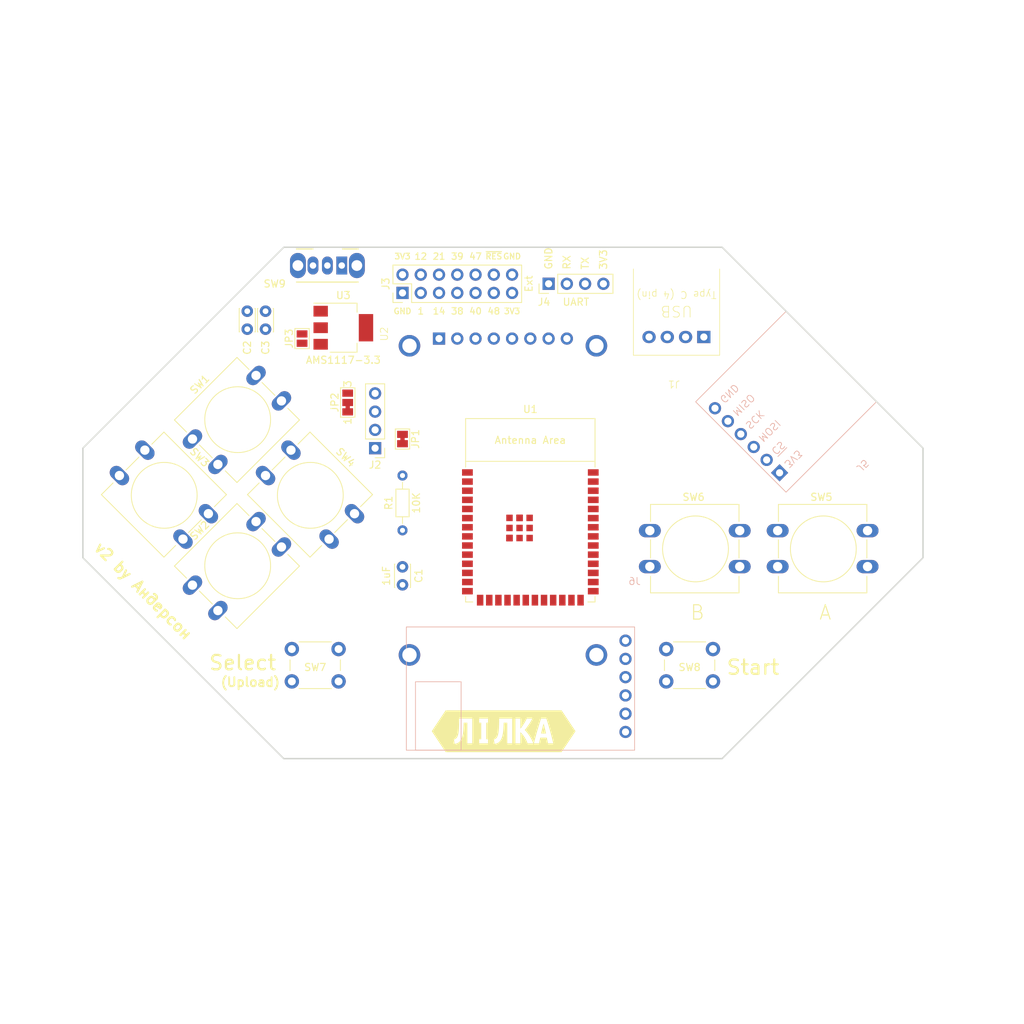
<source format=kicad_pcb>
(kicad_pcb (version 20221018) (generator pcbnew)
  (layers (0 "F.Cu" signal "Top") (31 "B.Cu" signal "Bot") (34 "B.Paste" user) (35 "F.Paste" user) (36 "B.SilkS" user "BotSilk") (37 "F.SilkS" user "TopSilk") (38 "B.Mask" user "BotMask") (39 "F.Mask" user "TopMask") (44 "Edge.Cuts" user "Board"))
  (net 0 "")
  (net 1 "~{RESET}")
  (net 2 "UP")
  (net 3 "GND")
  (net 4 "DOWN")
  (net 5 "LEFT")
  (net 6 "USB+")
  (net 7 "USB-")
  (net 8 "RIGHT")
  (net 9 "A")
  (net 10 "B")
  (net 11 "SELECT")
  (net 12 "START")
  (net 13 "RX")
  (net 14 "DISP_D{slash}C")
  (net 15 "TX")
  (net 16 "~{SD_CS}")
  (net 17 "MOSI")
  (net 18 "+3V3")
  (net 19 "GND1")
  (net 20 "VBUS")
  (net 21 "Net-(J2-Pin_4)")
  (net 22 "VCC")
  (net 23 "SCK")
  (net 24 "MISO")
  (net 26 "BCK")
  (net 27 "DIN")
  (net 28 "LRCK")
  (net 29 "GPIO1{slash}ADC1_CH0")
  (net 30 "GPIO12{slash}ADC2_CH0")
  (net 31 "GPIO21")
  (net 32 "GPIO14")
  (net 33 "GPIO39")
  (net 34 "GPIO40")
  (net 35 "GPIO47")
  (net 36 "GPIO48")
  (net 37 "Net-(JP2-C)")
  (net 39 "GPIO38")
  (net 42 "~{DISP_CS}")
  (footprint "Display:TFT_240x280" (layer "F.Cu") (at 81.02 51.84)
    (fp_text reference "U2" (at -1.01 0.865 90 unlocked) (layer "F.SilkS") (effects (font (thickness 0.1))))
    (fp_text value "~" hide)
    (pad "" thru_hole circle (at 2.5 2.5) (size 3 3) (drill 2) (layers "*.Cu" "*.Mask"))
    (pad "" thru_hole circle (at 2.5 45.5) (size 3 3) (drill 2) (layers "*.Cu" "*.Mask"))
    (pad "" thru_hole circle (at 28.5 2.5) (size 3 3) (drill 2) (layers "*.Cu" "*.Mask"))
    (pad "" thru_hole circle (at 28.5 45.5) (size 3 3) (drill 2) (layers "*.Cu" "*.Mask"))
    (pad "1" thru_hole rect (at 6.61 1.5) (size 1.7 1.7) (drill 1) (layers "*.Cu" "*.Mask") (net 3 "GND"))
    (pad "2" thru_hole circle (at 9.15 1.5) (size 1.7 1.7) (drill 1) (layers "*.Cu" "*.Mask") (net 18 "+3V3"))
    (pad "3" thru_hole circle (at 11.69 1.5) (size 1.7 1.7) (drill 1) (layers "*.Cu" "*.Mask") (net 23 "SCK"))
    (pad "4" thru_hole circle (at 14.23 1.5) (size 1.7 1.7) (drill 1) (layers "*.Cu" "*.Mask") (net 17 "MOSI"))
    (pad "5" thru_hole circle (at 16.77 1.5) (size 1.7 1.7) (drill 1) (layers "*.Cu" "*.Mask") (net 1 "~{RESET}"))
    (pad "6" thru_hole circle (at 19.31 1.5) (size 1.7 1.7) (drill 1) (layers "*.Cu" "*.Mask") (net 14 "DISP_D{slash}C"))
    (pad "7" thru_hole circle (at 21.85 1.5) (size 1.7 1.7) (drill 1) (layers "*.Cu" "*.Mask") (net 42 "~{DISP_CS}"))
    (pad "8" thru_hole circle (at 24.39 1.5) (size 1.7 1.7) (drill 1) (layers "*.Cu" "*.Mask") (net 18 "+3V3"))
  )
  (footprint "Buttons:SW_PUSH-12mm-fixed" (layer "F.Cu") (at 67.0355 68.8545 -45)
    (fp_text reference "SW4" (at 6.08 -4.66 -45) (layer "F.SilkS"))
    (fp_text value "Right")
    (fp_line (start 0.1 -3.65) (end 12.4 -3.65) (stroke (width 0.12)) (layer "F.SilkS"))
    (fp_line (start 0.1 -1.27) (end 0.1 -3.65) (stroke (width 0.12)) (layer "F.SilkS"))
    (fp_line (start 0.1 3.81) (end 0.1 1.27) (stroke (width 0.12)) (layer "F.SilkS"))
    (fp_line (start 0.1 8.65) (end 0.1 6.35) (stroke (width 0.12)) (layer "F.SilkS"))
    (fp_line (start 12.4 -3.65) (end 12.4 -1.27) (stroke (width 0.12)) (layer "F.SilkS"))
    (fp_line (start 12.4 1.27) (end 12.4 3.81) (stroke (width 0.12)) (layer "F.SilkS"))
    (fp_line (start 12.4 6.35) (end 12.4 8.65) (stroke (width 0.12)) (layer "F.SilkS"))
    (fp_line (start 12.4 8.65) (end 0.1 8.65) (stroke (width 0.12)) (layer "F.SilkS"))
    (fp_circle (center 6.35 2.54) (end 10.16 5.08) (stroke (width 0.12)) (fill none) (layer "F.SilkS"))
    (pad "" thru_hole oval (at 12.5 0 315) (size 3.048 1.85) (drill 1.3) (layers "*.Cu" "*.Mask"))
    (pad "" thru_hole oval (at 12.5 5 315) (size 3.048 1.85) (drill 1.3) (layers "*.Cu" "*.Mask"))
    (pad "1" thru_hole oval (at 0 0 315) (size 3.048 1.85) (drill 1.3) (layers "*.Cu" "*.Mask") (net 3 "GND"))
    (pad "2" thru_hole oval (at 0 5 315) (size 3.048 1.85) (drill 1.3) (layers "*.Cu" "*.Mask") (net 8 "RIGHT"))
  )
  (footprint "Jumper:SolderJumper-2_P1.3mm_Bridged_Pad1.0x1.5mm" (layer "F.Cu") (at 82.55 67.31 -90)
    (fp_text reference "JP1" (at 0 -1.8 90) (layer "F.SilkS"))
    (fp_text value "~")
    (fp_poly (pts (xy -0.25 -0.3) (xy 0.25 -0.3) (xy 0.25 0.3) (xy -0.25 0.3)) (fill solid) (layer "F.Cu"))
    (fp_line (start -1.4 -1) (end 1.4 -1) (stroke (width 0.12)) (layer "F.SilkS"))
    (fp_line (start -1.4 1) (end -1.4 -1) (stroke (width 0.12)) (layer "F.SilkS"))
    (fp_line (start 1.4 -1) (end 1.4 1) (stroke (width 0.12)) (layer "F.SilkS"))
    (fp_line (start 1.4 1) (end -1.4 1) (stroke (width 0.12)) (layer "F.SilkS"))
    (pad "1" smd rect (at -0.65 0 270) (size 1 1.5) (layers "F.Cu" "F.Mask") (net 19 "GND1"))
    (pad "2" smd rect (at 0.65 0 270) (size 1 1.5) (layers "F.Cu" "F.Mask") (net 3 "GND"))
  )
  (footprint "Buttons:SW_PUSH-12mm-fixed" (layer "F.Cu") (at 53.34 87.63 45)
    (fp_text reference "SW2" (at 6.08 -4.66 45) (layer "F.SilkS"))
    (fp_text value "Down")
    (fp_line (start 0.1 -3.65) (end 12.4 -3.65) (stroke (width 0.12)) (layer "F.SilkS"))
    (fp_line (start 0.1 -1.27) (end 0.1 -3.65) (stroke (width 0.12)) (layer "F.SilkS"))
    (fp_line (start 0.1 3.81) (end 0.1 1.27) (stroke (width 0.12)) (layer "F.SilkS"))
    (fp_line (start 0.1 8.65) (end 0.1 6.35) (stroke (width 0.12)) (layer "F.SilkS"))
    (fp_line (start 12.4 -3.65) (end 12.4 -1.27) (stroke (width 0.12)) (layer "F.SilkS"))
    (fp_line (start 12.4 1.27) (end 12.4 3.81) (stroke (width 0.12)) (layer "F.SilkS"))
    (fp_line (start 12.4 6.35) (end 12.4 8.65) (stroke (width 0.12)) (layer "F.SilkS"))
    (fp_line (start 12.4 8.65) (end 0.1 8.65) (stroke (width 0.12)) (layer "F.SilkS"))
    (fp_circle (center 6.35 2.54) (end 10.16 5.08) (stroke (width 0.12)) (fill none) (layer "F.SilkS"))
    (pad "" thru_hole oval (at 12.5 0 45) (size 3.048 1.85) (drill 1.3) (layers "*.Cu" "*.Mask"))
    (pad "" thru_hole oval (at 12.5 5 45) (size 3.048 1.85) (drill 1.3) (layers "*.Cu" "*.Mask"))
    (pad "1" thru_hole oval (at 0 0 45) (size 3.048 1.85) (drill 1.3) (layers "*.Cu" "*.Mask") (net 3 "GND"))
    (pad "2" thru_hole oval (at 0 5 45) (size 3.048 1.85) (drill 1.3) (layers "*.Cu" "*.Mask") (net 4 "DOWN"))
  )
  (footprint "Buttons:SW_PUSH-12mm-fixed" (layer "F.Cu") (at 134.73 80.05)
    (fp_text reference "SW5" (at 6.08 -4.66) (layer "F.SilkS"))
    (fp_text value "A" (at 6.62 11.39) (layer "F.SilkS") (effects (font (size 2 2))))
    (fp_line (start 0.1 -3.65) (end 12.4 -3.65) (stroke (width 0.12)) (layer "F.SilkS"))
    (fp_line (start 0.1 -1.27) (end 0.1 -3.65) (stroke (width 0.12)) (layer "F.SilkS"))
    (fp_line (start 0.1 3.81) (end 0.1 1.27) (stroke (width 0.12)) (layer "F.SilkS"))
    (fp_line (start 0.1 8.65) (end 0.1 6.35) (stroke (width 0.12)) (layer "F.SilkS"))
    (fp_line (start 12.4 -3.65) (end 12.4 -1.27) (stroke (width 0.12)) (layer "F.SilkS"))
    (fp_line (start 12.4 1.27) (end 12.4 3.81) (stroke (width 0.12)) (layer "F.SilkS"))
    (fp_line (start 12.4 6.35) (end 12.4 8.65) (stroke (width 0.12)) (layer "F.SilkS"))
    (fp_line (start 12.4 8.65) (end 0.1 8.65) (stroke (width 0.12)) (layer "F.SilkS"))
    (fp_circle (center 6.35 2.54) (end 10.16 5.08) (stroke (width 0.12)) (fill none) (layer "F.SilkS"))
    (pad "" thru_hole oval (at 12.5 0) (size 3.048 1.85) (drill 1.3) (layers "*.Cu" "*.Mask"))
    (pad "" thru_hole oval (at 12.5 5) (size 3.048 1.85) (drill 1.3) (layers "*.Cu" "*.Mask"))
    (pad "1" thru_hole oval (at 0 0) (size 3.048 1.85) (drill 1.3) (layers "*.Cu" "*.Mask") (net 3 "GND"))
    (pad "2" thru_hole oval (at 0 5) (size 3.048 1.85) (drill 1.3) (layers "*.Cu" "*.Mask") (net 9 "A"))
  )
  (footprint "Connector_PinHeader_2.54mm:PinHeader_2x07_P2.54mm_Vertical" (layer "F.Cu") (at 82.55 46.99 90)
    (fp_text reference "J3" (at 1.27 -2.33 90) (layer "F.SilkS"))
    (fp_text value "Ext" (at 1.27 17.57 90) (layer "F.SilkS"))
    (fp_line (start -1.33 -1.33) (end 0 -1.33) (stroke (width 0.12)) (layer "F.SilkS"))
    (fp_line (start -1.33 0) (end -1.33 -1.33) (stroke (width 0.12)) (layer "F.SilkS"))
    (fp_line (start -1.33 1.27) (end -1.33 16.57) (stroke (width 0.12)) (layer "F.SilkS"))
    (fp_line (start -1.33 1.27) (end 1.27 1.27) (stroke (width 0.12)) (layer "F.SilkS"))
    (fp_line (start -1.33 16.57) (end 3.87 16.57) (stroke (width 0.12)) (layer "F.SilkS"))
    (fp_line (start 1.27 -1.33) (end 3.87 -1.33) (stroke (width 0.12)) (layer "F.SilkS"))
    (fp_line (start 1.27 1.27) (end 1.27 -1.33) (stroke (width 0.12)) (layer "F.SilkS"))
    (fp_line (start 3.87 -1.33) (end 3.87 16.57) (stroke (width 0.12)) (layer "F.SilkS"))
    (pad "1" thru_hole rect (at 0 0 90) (size 1.7 1.7) (drill 1) (layers "*.Cu" "*.Mask") (net 3 "GND"))
    (pad "2" thru_hole oval (at 2.54 0 90) (size 1.7 1.7) (drill 1) (layers "*.Cu" "*.Mask") (net 18 "+3V3"))
    (pad "3" thru_hole oval (at 0 2.54 90) (size 1.7 1.7) (drill 1) (layers "*.Cu" "*.Mask") (net 29 "GPIO1{slash}ADC1_CH0"))
    (pad "4" thru_hole oval (at 2.54 2.54 90) (size 1.7 1.7) (drill 1) (layers "*.Cu" "*.Mask") (net 30 "GPIO12{slash}ADC2_CH0"))
    (pad "5" thru_hole oval (at 0 5.08 90) (size 1.7 1.7) (drill 1) (layers "*.Cu" "*.Mask") (net 32 "GPIO14"))
    (pad "6" thru_hole oval (at 2.54 5.08 90) (size 1.7 1.7) (drill 1) (layers "*.Cu" "*.Mask") (net 31 "GPIO21"))
    (pad "7" thru_hole oval (at 0 7.62 90) (size 1.7 1.7) (drill 1) (layers "*.Cu" "*.Mask") (net 39 "GPIO38"))
    (pad "8" thru_hole oval (at 2.54 7.62 90) (size 1.7 1.7) (drill 1) (layers "*.Cu" "*.Mask") (net 33 "GPIO39"))
    (pad "9" thru_hole oval (at 0 10.16 90) (size 1.7 1.7) (drill 1) (layers "*.Cu" "*.Mask") (net 34 "GPIO40"))
    (pad "10" thru_hole oval (at 2.54 10.16 90) (size 1.7 1.7) (drill 1) (layers "*.Cu" "*.Mask") (net 35 "GPIO47"))
    (pad "11" thru_hole oval (at 0 12.7 90) (size 1.7 1.7) (drill 1) (layers "*.Cu" "*.Mask") (net 36 "GPIO48"))
    (pad "12" thru_hole oval (at 2.54 12.7 90) (size 1.7 1.7) (drill 1) (layers "*.Cu" "*.Mask") (net 1 "~{RESET}"))
    (pad "13" thru_hole oval (at 0 15.24 90) (size 1.7 1.7) (drill 1) (layers "*.Cu" "*.Mask") (net 18 "+3V3"))
    (pad "14" thru_hole oval (at 2.54 15.24 90) (size 1.7 1.7) (drill 1) (layers "*.Cu" "*.Mask") (net 3 "GND"))
  )
  (footprint "Jumper:SolderJumper-3_P1.3mm_Bridged12_Pad1.0x1.5mm_NumberLabels" (layer "F.Cu") (at 74.93 62.23 90)
    (fp_text reference "JP2" (at 0 -1.8 90) (layer "F.SilkS"))
    (fp_text value "SolderJumper_3_Bridged12")
    (fp_text user "3" (at 2.6 0 90) (layer "F.SilkS"))
    (fp_text user "1" (at -2.6 0 90) (layer "F.SilkS"))
    (fp_poly (pts (xy -0.9 -0.3) (xy -0.4 -0.3) (xy -0.4 0.3) (xy -0.9 0.3)) (fill solid) (layer "F.Cu"))
    (fp_line (start -2.05 -1) (end 2.05 -1) (stroke (width 0.12)) (layer "F.SilkS"))
    (fp_line (start -2.05 1) (end -2.05 -1) (stroke (width 0.12)) (layer "F.SilkS"))
    (fp_line (start 2.05 -1) (end 2.05 1) (stroke (width 0.12)) (layer "F.SilkS"))
    (fp_line (start 2.05 1) (end -2.05 1) (stroke (width 0.12)) (layer "F.SilkS"))
    (pad "1" smd rect (at -1.3 0 90) (size 1 1.5) (layers "F.Cu" "F.Mask") (net 20 "VBUS"))
    (pad "2" smd rect (at 0 0 90) (size 1 1.5) (layers "F.Cu" "F.Mask") (net 37 "Net-(JP2-C)"))
    (pad "3" smd rect (at 1.3 0 90) (size 1 1.5) (layers "F.Cu" "F.Mask") (net 21 "Net-(J2-Pin_4)"))
  )
  (footprint "Connector_PinHeader_2.54mm:PinHeader_1x04_P2.54mm_Vertical" (layer "F.Cu") (at 78.74 68.58 180)
    (fp_text reference "J2" (at 0 -2.33 180) (layer "F.SilkS"))
    (fp_text value "~")
    (fp_line (start -1.33 -1.33) (end 0 -1.33) (stroke (width 0.12)) (layer "F.SilkS"))
    (fp_line (start -1.33 0) (end -1.33 -1.33) (stroke (width 0.12)) (layer "F.SilkS"))
    (fp_line (start -1.33 1.27) (end -1.33 8.95) (stroke (width 0.12)) (layer "F.SilkS"))
    (fp_line (start -1.33 1.27) (end 1.33 1.27) (stroke (width 0.12)) (layer "F.SilkS"))
    (fp_line (start -1.33 8.95) (end 1.33 8.95) (stroke (width 0.12)) (layer "F.SilkS"))
    (fp_line (start 1.33 1.27) (end 1.33 8.95) (stroke (width 0.12)) (layer "F.SilkS"))
    (pad "1" thru_hole rect (at 0 0 180) (size 1.7 1.7) (drill 1) (layers "*.Cu" "*.Mask") (net 3 "GND"))
    (pad "2" thru_hole oval (at 0 2.54 180) (size 1.7 1.7) (drill 1) (layers "*.Cu" "*.Mask") (net 19 "GND1"))
    (pad "3" thru_hole oval (at 0 5.08 180) (size 1.7 1.7) (drill 1) (layers "*.Cu" "*.Mask") (net 20 "VBUS"))
    (pad "4" thru_hole oval (at 0 7.62 180) (size 1.7 1.7) (drill 1) (layers "*.Cu" "*.Mask") (net 21 "Net-(J2-Pin_4)"))
  )
  (footprint "Package_TO_SOT_SMD:SOT-223-3_TabPin2" (layer "F.Cu") (at 74.32 51.83)
    (fp_text reference "U3" (at 0 -4.5) (layer "F.SilkS"))
    (fp_text value "AMS1117-3.3" (at 0 4.5) (layer "F.SilkS"))
    (fp_line (start -4.1 -3.41) (end 1.91 -3.41) (stroke (width 0.12)) (layer "F.SilkS"))
    (fp_line (start -1.85 3.41) (end 1.91 3.41) (stroke (width 0.12)) (layer "F.SilkS"))
    (fp_line (start 1.91 -3.41) (end 1.91 -2.15) (stroke (width 0.12)) (layer "F.SilkS"))
    (fp_line (start 1.91 3.41) (end 1.91 2.15) (stroke (width 0.12)) (layer "F.SilkS"))
    (pad "1" smd rect (at -3.15 -2.3) (size 2 1.5) (layers "F.Cu" "F.Paste" "F.Mask") (net 3 "GND"))
    (pad "2" smd rect (at -3.15 0) (size 2 1.5) (layers "F.Cu" "F.Paste" "F.Mask") (net 18 "+3V3"))
    (pad "2" smd rect (at 3.15 0) (size 2 3.8) (layers "F.Cu" "F.Paste" "F.Mask") (net 18 "+3V3"))
    (pad "3" smd rect (at -3.15 2.3) (size 2 1.5) (layers "F.Cu" "F.Paste" "F.Mask") (net 22 "VCC"))
  )
  (footprint "PCM_Espressif:ESP32-S3-WROOM-1" (layer "F.Cu") (at 100.33 80.22)
    (fp_text reference "U1" (at 0 -17.05) (layer "F.SilkS"))
    (fp_text value "ESP32-S3-WROOM-1")
    (fp_text user "Antenna Area" (at 0 -12.75) (layer "F.SilkS"))
    (fp_line (start -9 -15.75) (end -9 -9) (stroke (width 0.12)) (layer "F.SilkS"))
    (fp_line (start -9 -15.75) (end 9 -15.75) (stroke (width 0.12)) (layer "F.SilkS"))
    (fp_line (start -9 9) (end -9 9.75) (stroke (width 0.12)) (layer "F.SilkS"))
    (fp_line (start -9 9.75) (end -8 9.75) (stroke (width 0.12)) (layer "F.SilkS"))
    (fp_line (start 9 -15.75) (end 9 -9) (stroke (width 0.12)) (layer "F.SilkS"))
    (fp_line (start 9 -9.81) (end -9 -9.81) (stroke (width 0.12)) (layer "F.SilkS"))
    (fp_line (start 9 9) (end 9 9.75) (stroke (width 0.12)) (layer "F.SilkS"))
    (fp_line (start 9 9.75) (end 8 9.75) (stroke (width 0.12)) (layer "F.SilkS"))
    (pad "1" smd rect (at -8.75 -8.26) (size 1.5 0.9) (layers "F.Cu" "F.Paste" "F.Mask") (net 3 "GND"))
    (pad "2" smd rect (at -8.75 -6.99) (size 1.5 0.9) (layers "F.Cu" "F.Paste" "F.Mask") (net 18 "+3V3"))
    (pad "3" smd rect (at -8.75 -5.72) (size 1.5 0.9) (layers "F.Cu" "F.Paste" "F.Mask") (net 1 "~{RESET}"))
    (pad "4" smd rect (at -8.75 -4.45) (size 1.5 0.9) (layers "F.Cu" "F.Paste" "F.Mask") (net 2 "UP"))
    (pad "5" smd rect (at -8.75 -3.18) (size 1.5 0.9) (layers "F.Cu" "F.Paste" "F.Mask") (net 5 "LEFT"))
    (pad "6" smd rect (at -8.75 -1.91) (size 1.5 0.9) (layers "F.Cu" "F.Paste" "F.Mask") (net 8 "RIGHT"))
    (pad "7" smd rect (at -8.75 -0.64) (size 1.5 0.9) (layers "F.Cu" "F.Paste" "F.Mask") (net 4 "DOWN"))
    (pad "8" smd rect (at -8.75 0.63) (size 1.5 0.9) (layers "F.Cu" "F.Paste" "F.Mask") (net 23 "SCK"))
    (pad "9" smd rect (at -8.75 1.9) (size 1.5 0.9) (layers "F.Cu" "F.Paste" "F.Mask") (net 17 "MOSI"))
    (pad "10" smd rect (at -8.75 3.17) (size 1.5 0.9) (layers "F.Cu" "F.Paste" "F.Mask") (net 24 "MISO"))
    (pad "11" smd rect (at -8.75 4.44) (size 1.5 0.9) (layers "F.Cu" "F.Paste" "F.Mask") (net 14 "DISP_D{slash}C"))
    (pad "12" smd rect (at -8.75 5.71) (size 1.5 0.9) (layers "F.Cu" "F.Paste" "F.Mask") (net 42 "~{DISP_CS}"))
    (pad "13" smd rect (at -8.75 6.98) (size 1.5 0.9) (layers "F.Cu" "F.Paste" "F.Mask") (net 7 "USB-"))
    (pad "14" smd rect (at -8.75 8.25) (size 1.5 0.9) (layers "F.Cu" "F.Paste" "F.Mask") (net 6 "USB+"))
    (pad "15" smd rect (at -6.985 9.5 90) (size 1.5 0.9) (layers "F.Cu" "F.Paste" "F.Mask"))
    (pad "16" smd rect (at -5.715 9.5 90) (size 1.5 0.9) (layers "F.Cu" "F.Paste" "F.Mask"))
    (pad "17" smd rect (at -4.445 9.5 90) (size 1.5 0.9) (layers "F.Cu" "F.Paste" "F.Mask") (net 26 "BCK"))
    (pad "18" smd rect (at -3.175 9.5 90) (size 1.5 0.9) (layers "F.Cu" "F.Paste" "F.Mask") (net 27 "DIN"))
    (pad "19" smd rect (at -1.905 9.5 90) (size 1.5 0.9) (layers "F.Cu" "F.Paste" "F.Mask") (net 30 "GPIO12{slash}ADC2_CH0"))
    (pad "20" smd rect (at -0.635 9.5 90) (size 1.5 0.9) (layers "F.Cu" "F.Paste" "F.Mask") (net 28 "LRCK"))
    (pad "21" smd rect (at 0.635 9.5 90) (size 1.5 0.9) (layers "F.Cu" "F.Paste" "F.Mask") (net 11 "SELECT"))
    (pad "22" smd rect (at 1.905 9.5 90) (size 1.5 0.9) (layers "F.Cu" "F.Paste" "F.Mask") (net 32 "GPIO14"))
    (pad "23" smd rect (at 3.175 9.5 90) (size 1.5 0.9) (layers "F.Cu" "F.Paste" "F.Mask") (net 31 "GPIO21"))
    (pad "24" smd rect (at 4.445 9.5 90) (size 1.5 0.9) (layers "F.Cu" "F.Paste" "F.Mask") (net 35 "GPIO47"))
    (pad "25" smd rect (at 5.715 9.5 90) (size 1.5 0.9) (layers "F.Cu" "F.Paste" "F.Mask") (net 36 "GPIO48"))
    (pad "26" smd rect (at 6.985 9.5 90) (size 1.5 0.9) (layers "F.Cu" "F.Paste" "F.Mask"))
    (pad "27" smd rect (at 8.75 8.25 180) (size 1.5 0.9) (layers "F.Cu" "F.Paste" "F.Mask") (net 12 "START"))
    (pad "28" smd rect (at 8.75 6.98 180) (size 1.5 0.9) (layers "F.Cu" "F.Paste" "F.Mask"))
    (pad "29" smd rect (at 8.75 5.71 180) (size 1.5 0.9) (layers "F.Cu" "F.Paste" "F.Mask"))
    (pad "30" smd rect (at 8.75 4.44 180) (size 1.5 0.9) (layers "F.Cu" "F.Paste" "F.Mask"))
    (pad "31" smd rect (at 8.75 3.17 180) (size 1.5 0.9) (layers "F.Cu" "F.Paste" "F.Mask") (net 39 "GPIO38"))
    (pad "32" smd rect (at 8.75 1.9 180) (size 1.5 0.9) (layers "F.Cu" "F.Paste" "F.Mask") (net 33 "GPIO39"))
    (pad "33" smd rect (at 8.75 0.63 180) (size 1.5 0.9) (layers "F.Cu" "F.Paste" "F.Mask") (net 34 "GPIO40"))
    (pad "34" smd rect (at 8.75 -0.64 180) (size 1.5 0.9) (layers "F.Cu" "F.Paste" "F.Mask") (net 16 "~{SD_CS}"))
    (pad "35" smd rect (at 8.75 -1.91 180) (size 1.5 0.9) (layers "F.Cu" "F.Paste" "F.Mask") (net 10 "B"))
    (pad "36" smd rect (at 8.75 -3.18 180) (size 1.5 0.9) (layers "F.Cu" "F.Paste" "F.Mask") (net 13 "RX"))
    (pad "37" smd rect (at 8.75 -4.45 180) (size 1.5 0.9) (layers "F.Cu" "F.Paste" "F.Mask") (net 15 "TX"))
    (pad "38" smd rect (at 8.75 -5.72 180) (size 1.5 0.9) (layers "F.Cu" "F.Paste" "F.Mask") (net 9 "A"))
    (pad "39" smd rect (at 8.75 -6.99 180) (size 1.5 0.9) (layers "F.Cu" "F.Paste" "F.Mask") (net 29 "GPIO1{slash}ADC1_CH0"))
    (pad "40" smd rect (at 8.75 -8.26 180) (size 1.5 0.9) (layers "F.Cu" "F.Paste" "F.Mask") (net 3 "GND"))
    (pad "41" smd rect (at -2.9 -1.94 180) (size 0.9 0.9) (layers "F.Cu" "F.Paste" "F.Mask") (net 3 "GND"))
    (pad "41" smd rect (at -2.9 -0.54 180) (size 0.9 0.9) (layers "F.Cu" "F.Paste" "F.Mask") (net 3 "GND"))
    (pad "41" smd rect (at -2.9 0.86 180) (size 0.9 0.9) (layers "F.Cu" "F.Paste" "F.Mask") (net 3 "GND"))
    (pad "41" smd rect (at -2.9 0.86 180) (size 0.9 0.9) (layers "F.Cu" "F.Paste" "F.Mask") (net 3 "GND"))
    (pad "41" smd rect (at -1.5 -1.94 180) (size 0.9 0.9) (layers "F.Cu" "F.Paste" "F.Mask") (net 3 "GND"))
    (pad "41" smd rect (at -1.5 -1.94 180) (size 0.9 0.9) (layers "F.Cu" "F.Paste" "F.Mask") (net 3 "GND"))
    (pad "41" smd rect (at -1.5 -0.54 180) (size 0.9 0.9) (layers "F.Cu" "F.Paste" "F.Mask") (net 3 "GND"))
    (pad "41" smd rect (at -1.5 0.86 180) (size 0.9 0.9) (layers "F.Cu" "F.Paste" "F.Mask") (net 3 "GND"))
    (pad "41" smd rect (at -0.1 -1.94 180) (size 0.9 0.9) (layers "F.Cu" "F.Paste" "F.Mask") (net 3 "GND"))
    (pad "41" smd rect (at -0.1 -0.54 180) (size 0.9 0.9) (layers "F.Cu" "F.Paste" "F.Mask") (net 3 "GND"))
    (pad "41" smd rect (at -0.1 0.86 180) (size 0.9 0.9) (layers "F.Cu" "F.Paste" "F.Mask") (net 3 "GND"))
  )
  (footprint "Button_Switch_THT:SW_PUSH_6mm" (layer "F.Cu") (at 67.16 96.52)
    (fp_text reference "SW7" (at 3.25 2.54) (layer "F.SilkS"))
    (fp_text value "Select" (at -6.835 1.905) (layer "F.SilkS") (effects (font (size 2 2) (thickness 0.3))))
    (fp_line (start -0.25 1.5) (end -0.25 3) (stroke (width 0.12)) (layer "F.SilkS"))
    (fp_line (start 1 5.5) (end 5.5 5.5) (stroke (width 0.12)) (layer "F.SilkS"))
    (fp_line (start 5.5 -1) (end 1 -1) (stroke (width 0.12)) (layer "F.SilkS"))
    (fp_line (start 6.75 3) (end 6.75 1.5) (stroke (width 0.12)) (layer "F.SilkS"))
    (pad "1" thru_hole circle (at 0 0 90) (size 2 2) (drill 1.1) (layers "*.Cu" "*.Mask") (net 3 "GND"))
    (pad "1" thru_hole circle (at 6.5 0 90) (size 2 2) (drill 1.1) (layers "*.Cu" "*.Mask") (net 3 "GND"))
    (pad "2" thru_hole circle (at 0 4.5 90) (size 2 2) (drill 1.1) (layers "*.Cu" "*.Mask") (net 11 "SELECT"))
    (pad "2" thru_hole circle (at 6.5 4.5 90) (size 2 2) (drill 1.1) (layers "*.Cu" "*.Mask") (net 11 "SELECT"))
  )
  (footprint "Buttons:SW_PUSH-12mm-fixed" (layer "F.Cu") (at 53.34 67.31 45)
    (fp_text reference "SW1" (at 6.08 -4.66 45) (layer "F.SilkS"))
    (fp_text value "Up")
    (fp_line (start 0.1 -3.65) (end 12.4 -3.65) (stroke (width 0.12)) (layer "F.SilkS"))
    (fp_line (start 0.1 -1.27) (end 0.1 -3.65) (stroke (width 0.12)) (layer "F.SilkS"))
    (fp_line (start 0.1 3.81) (end 0.1 1.27) (stroke (width 0.12)) (layer "F.SilkS"))
    (fp_line (start 0.1 8.65) (end 0.1 6.35) (stroke (width 0.12)) (layer "F.SilkS"))
    (fp_line (start 12.4 -3.65) (end 12.4 -1.27) (stroke (width 0.12)) (layer "F.SilkS"))
    (fp_line (start 12.4 1.27) (end 12.4 3.81) (stroke (width 0.12)) (layer "F.SilkS"))
    (fp_line (start 12.4 6.35) (end 12.4 8.65) (stroke (width 0.12)) (layer "F.SilkS"))
    (fp_line (start 12.4 8.65) (end 0.1 8.65) (stroke (width 0.12)) (layer "F.SilkS"))
    (fp_circle (center 6.35 2.54) (end 10.16 5.08) (stroke (width 0.12)) (fill none) (layer "F.SilkS"))
    (pad "" thru_hole oval (at 12.5 0 45) (size 3.048 1.85) (drill 1.3) (layers "*.Cu" "*.Mask"))
    (pad "" thru_hole oval (at 12.5 5 45) (size 3.048 1.85) (drill 1.3) (layers "*.Cu" "*.Mask"))
    (pad "1" thru_hole oval (at 0 0 45) (size 3.048 1.85) (drill 1.3) (layers "*.Cu" "*.Mask") (net 3 "GND"))
    (pad "2" thru_hole oval (at 0 5 45) (size 3.048 1.85) (drill 1.3) (layers "*.Cu" "*.Mask") (net 2 "UP"))
  )
  (footprint "Capacitor_THT:C_Disc_D3.0mm_W2.0mm_P2.50mm" (layer "F.Cu") (at 82.55 85.09 -90)
    (fp_text reference "C1" (at 1.25 -2.25 -90) (layer "F.SilkS"))
    (fp_text value "1uF" (at 1.25 2.25 -90) (layer "F.SilkS"))
    (fp_line (start -0.37 -1.12) (end -0.37 -1.055) (stroke (width 0.12)) (layer "F.SilkS"))
    (fp_line (start -0.37 -1.12) (end 2.87 -1.12) (stroke (width 0.12)) (layer "F.SilkS"))
    (fp_line (start -0.37 1.055) (end -0.37 1.12) (stroke (width 0.12)) (layer "F.SilkS"))
    (fp_line (start -0.37 1.12) (end 2.87 1.12) (stroke (width 0.12)) (layer "F.SilkS"))
    (fp_line (start 2.87 -1.12) (end 2.87 -1.055) (stroke (width 0.12)) (layer "F.SilkS"))
    (fp_line (start 2.87 1.055) (end 2.87 1.12) (stroke (width 0.12)) (layer "F.SilkS"))
    (pad "1" thru_hole circle (at 0 0 270) (size 1.6 1.6) (drill 0.8) (layers "*.Cu" "*.Mask") (net 1 "~{RESET}"))
    (pad "2" thru_hole circle (at 2.5 0 270) (size 1.6 1.6) (drill 0.8) (layers "*.Cu" "*.Mask") (net 3 "GND"))
  )
  (footprint "Capacitor_THT:C_Disc_D3.0mm_W2.0mm_P2.50mm" (layer "F.Cu") (at 60.96 52.03 90)
    (fp_text reference "C2" (at -2.58 0 90) (layer "F.SilkS"))
    (fp_text value "1uF")
    (fp_line (start -0.37 -1.12) (end -0.37 -1.055) (stroke (width 0.12)) (layer "F.SilkS"))
    (fp_line (start -0.37 -1.12) (end 2.87 -1.12) (stroke (width 0.12)) (layer "F.SilkS"))
    (fp_line (start -0.37 1.055) (end -0.37 1.12) (stroke (width 0.12)) (layer "F.SilkS"))
    (fp_line (start -0.37 1.12) (end 2.87 1.12) (stroke (width 0.12)) (layer "F.SilkS"))
    (fp_line (start 2.87 -1.12) (end 2.87 -1.055) (stroke (width 0.12)) (layer "F.SilkS"))
    (fp_line (start 2.87 1.055) (end 2.87 1.12) (stroke (width 0.12)) (layer "F.SilkS"))
    (pad "1" thru_hole circle (at 0 0 90) (size 1.6 1.6) (drill 0.8) (layers "*.Cu" "*.Mask") (net 22 "VCC"))
    (pad "2" thru_hole circle (at 2.5 0 90) (size 1.6 1.6) (drill 0.8) (layers "*.Cu" "*.Mask") (net 3 "GND"))
  )
  (footprint "Jumper:SolderJumper-2_P1.3mm_Open_Pad1.0x1.5mm" (layer "F.Cu") (at 68.58 53.34 90)
    (fp_text reference "JP3" (at 0 -1.8 90) (layer "F.SilkS"))
    (fp_text value "SolderJumper_2_Open")
    (fp_line (start -1.4 -1) (end 1.4 -1) (stroke (width 0.12)) (layer "F.SilkS"))
    (fp_line (start -1.4 1) (end -1.4 -1) (stroke (width 0.12)) (layer "F.SilkS"))
    (fp_line (start 1.4 -1) (end 1.4 1) (stroke (width 0.12)) (layer "F.SilkS"))
    (fp_line (start 1.4 1) (end -1.4 1) (stroke (width 0.12)) (layer "F.SilkS"))
    (pad "1" smd rect (at -0.65 0 90) (size 1 1.5) (layers "F.Cu" "F.Mask") (net 22 "VCC"))
    (pad "2" smd rect (at 0.65 0 90) (size 1 1.5) (layers "F.Cu" "F.Mask") (net 18 "+3V3"))
  )
  (footprint "Button_Switch_THT:SW_CuK_OS102011MA1QN1_SPDT_Angled" (layer "F.Cu") (at 74.1 43.18 180)
    (fp_text reference "SW9" (at 9.33 -2.54) (layer "F.SilkS"))
    (fp_text value "POWER")
    (fp_line (start -2.3 -2.3) (end 6.3 -2.3) (stroke (width 0.15)) (layer "F.SilkS"))
    (fp_line (start -2.3 2.3) (end -0.1 2.3) (stroke (width 0.15)) (layer "F.SilkS"))
    (fp_line (start 4 2.3) (end 6.3 2.3) (stroke (width 0.15)) (layer "F.SilkS"))
    (pad "" thru_hole oval (at -2.1 0 180) (size 2.2 3.5) (drill 1.5) (layers "*.Cu" "*.Mask"))
    (pad "" thru_hole oval (at 6.1 0 180) (size 2.2 3.5) (drill 1.5) (layers "*.Cu" "*.Mask"))
    (pad "1" thru_hole rect (at 0 0 180) (size 1.5 2.5) (drill 0.9) (layers "*.Cu" "*.Mask") (net 37 "Net-(JP2-C)"))
    (pad "2" thru_hole oval (at 2 0 180) (size 1.5 2.5) (drill 0.9) (layers "*.Cu" "*.Mask") (net 22 "VCC"))
    (pad "3" thru_hole oval (at 4 0 180) (size 1.5 2.5) (drill 0.9) (layers "*.Cu" "*.Mask"))
  )
  (footprint "Connector_PinHeader_2.54mm:PinHeader_1x04_P2.54mm_Vertical" (layer "F.Cu") (at 102.87 45.72 90)
    (fp_text reference "J4" (at -2.54 -0.635 180) (layer "F.SilkS"))
    (fp_text value "UART" (at -2.54 3.81 180) (layer "F.SilkS"))
    (fp_text user "3V3" (at 1.905 7.62 90 unlocked) (layer "F.SilkS") (effects (justify left)))
    (fp_text user "RX" (at 1.905 2.54 90 unlocked) (layer "F.SilkS") (effects (justify left)))
    (fp_text user "TX" (at 1.905 5.08 90 unlocked) (layer "F.SilkS") (effects (justify left)))
    (fp_text user "GND" (at 1.905 0 90 unlocked) (layer "F.SilkS") (effects (justify left)))
    (fp_line (start -1.33 -1.33) (end 0 -1.33) (stroke (width 0.12)) (layer "F.SilkS"))
    (fp_line (start -1.33 0) (end -1.33 -1.33) (stroke (width 0.12)) (layer "F.SilkS"))
    (fp_line (start -1.33 1.27) (end -1.33 8.95) (stroke (width 0.12)) (layer "F.SilkS"))
    (fp_line (start -1.33 1.27) (end 1.33 1.27) (stroke (width 0.12)) (layer "F.SilkS"))
    (fp_line (start -1.33 8.95) (end 1.33 8.95) (stroke (width 0.12)) (layer "F.SilkS"))
    (fp_line (start 1.33 1.27) (end 1.33 8.95) (stroke (width 0.12)) (layer "F.SilkS"))
    (pad "1" thru_hole rect (at 0 0 90) (size 1.7 1.7) (drill 1) (layers "*.Cu" "*.Mask") (net 3 "GND"))
    (pad "2" thru_hole oval (at 0 2.54 90) (size 1.7 1.7) (drill 1) (layers "*.Cu" "*.Mask") (net 13 "RX"))
    (pad "3" thru_hole oval (at 0 5.08 90) (size 1.7 1.7) (drill 1) (layers "*.Cu" "*.Mask") (net 15 "TX"))
    (pad "4" thru_hole oval (at 0 7.62 90) (size 1.7 1.7) (drill 1) (layers "*.Cu" "*.Mask") (net 18 "+3V3"))
  )
  (footprint "Connectors:USB_2.0_PCB" (layer "F.Cu") (at 126.66 55.66 180)
    (fp_text reference "J1" (at 6.35 -4.04 180 unlocked) (layer "F.SilkS") (effects (font (thickness 0.1))))
    (fp_text value "~")
    (fp_text user "USB" (at 6 7 180 unlocked) (layer "F.SilkS") (effects (font (size 1.5 1.5) (thickness 0.1)) (justify bottom)))
    (fp_text user "Type C (4 pin)" (at 6 9 180 unlocked) (layer "F.SilkS") (effects (font (thickness 0.1)) (justify bottom)))
    (fp_line (start 0 0) (end 12 0) (stroke (width 0.1)) (layer "F.SilkS"))
    (fp_line (start 0 12) (end 0 0) (stroke (width 0.1)) (layer "F.SilkS"))
    (fp_line (start 12 0) (end 12 12) (stroke (width 0.1)) (layer "F.SilkS"))
    (pad "1" thru_hole rect (at 2.2 2.54 270) (size 1.7 1.85) (drill 1) (layers "*.Cu" "*.Mask") (net 19 "GND1"))
    (pad "2" thru_hole oval (at 4.74 2.54 270) (size 1.7 1.85) (drill 1) (layers "*.Cu" "*.Mask") (net 6 "USB+"))
    (pad "3" thru_hole oval (at 7.28 2.54 270) (size 1.7 1.85) (drill 1) (layers "*.Cu" "*.Mask") (net 7 "USB-"))
    (pad "4" thru_hole oval (at 9.82 2.54 270) (size 1.7 1.85) (drill 1) (layers "*.Cu" "*.Mask") (net 20 "VBUS"))
  )
  (footprint "Capacitor_THT:C_Disc_D3.0mm_W2.0mm_P2.50mm" (layer "F.Cu") (at 63.5 52.03 90)
    (fp_text reference "C3" (at -2.58 0 90) (layer "F.SilkS"))
    (fp_text value "1uF")
    (fp_line (start -0.37 -1.12) (end -0.37 -1.055) (stroke (width 0.12)) (layer "F.SilkS"))
    (fp_line (start -0.37 -1.12) (end 2.87 -1.12) (stroke (width 0.12)) (layer "F.SilkS"))
    (fp_line (start -0.37 1.055) (end -0.37 1.12) (stroke (width 0.12)) (layer "F.SilkS"))
    (fp_line (start -0.37 1.12) (end 2.87 1.12) (stroke (width 0.12)) (layer "F.SilkS"))
    (fp_line (start 2.87 -1.12) (end 2.87 -1.055) (stroke (width 0.12)) (layer "F.SilkS"))
    (fp_line (start 2.87 1.055) (end 2.87 1.12) (stroke (width 0.12)) (layer "F.SilkS"))
    (pad "1" thru_hole circle (at 0 0 90) (size 1.6 1.6) (drill 0.8) (layers "*.Cu" "*.Mask") (net 18 "+3V3"))
    (pad "2" thru_hole circle (at 2.5 0 90) (size 1.6 1.6) (drill 0.8) (layers "*.Cu" "*.Mask") (net 3 "GND"))
  )
  (footprint "Buttons:SW_PUSH-12mm-fixed" (layer "F.Cu") (at 116.95 80.05)
    (fp_text reference "SW6" (at 6.08 -4.66) (layer "F.SilkS"))
    (fp_text value "B" (at 6.62 11.39) (layer "F.SilkS") (effects (font (size 2 2))))
    (fp_line (start 0.1 -3.65) (end 12.4 -3.65) (stroke (width 0.12)) (layer "F.SilkS"))
    (fp_line (start 0.1 -1.27) (end 0.1 -3.65) (stroke (width 0.12)) (layer "F.SilkS"))
    (fp_line (start 0.1 3.81) (end 0.1 1.27) (stroke (width 0.12)) (layer "F.SilkS"))
    (fp_line (start 0.1 8.65) (end 0.1 6.35) (stroke (width 0.12)) (layer "F.SilkS"))
    (fp_line (start 12.4 -3.65) (end 12.4 -1.27) (stroke (width 0.12)) (layer "F.SilkS"))
    (fp_line (start 12.4 1.27) (end 12.4 3.81) (stroke (width 0.12)) (layer "F.SilkS"))
    (fp_line (start 12.4 6.35) (end 12.4 8.65) (stroke (width 0.12)) (layer "F.SilkS"))
    (fp_line (start 12.4 8.65) (end 0.1 8.65) (stroke (width 0.12)) (layer "F.SilkS"))
    (fp_circle (center 6.35 2.54) (end 10.16 5.08) (stroke (width 0.12)) (fill none) (layer "F.SilkS"))
    (pad "" thru_hole oval (at 12.5 0) (size 3.048 1.85) (drill 1.3) (layers "*.Cu" "*.Mask"))
    (pad "" thru_hole oval (at 12.5 5) (size 3.048 1.85) (drill 1.3) (layers "*.Cu" "*.Mask"))
    (pad "1" thru_hole oval (at 0 0) (size 3.048 1.85) (drill 1.3) (layers "*.Cu" "*.Mask") (net 3 "GND"))
    (pad "2" thru_hole oval (at 0 5) (size 3.048 1.85) (drill 1.3) (layers "*.Cu" "*.Mask") (net 10 "B"))
  )
  (footprint "kibuzzard-65B2D7AF" (layer "F.Cu") (at 96.614429 107.95)
    (fp_text reference "kibuzzard-65B2D7AF" hide)
    (fp_text value "G***" hide)
    (fp_poly (pts (xy 5.553472 -1.089025) (xy 5.450681 -0.719534) (xy 5.361781 -0.375047) (xy 5.283994 -0.033338) (xy 5.214541 0.322262) (xy 5.886847 0.322262) (xy 5.820172 -0.033338) (xy 5.745163 -0.375047) (xy 5.656263 -0.719534) (xy 5.553472 -1.089025)) (fill solid) (layer "F.SilkS"))
    (fp_poly (pts (xy -6.898084 -2.913327) (xy -8.055636 -2.913327) (xy -9.997855 0) (xy -8.055636 2.913327) (xy -6.898084 2.913327) (xy -6.814741 2.913327) (xy -6.814741 1.755775) (xy -6.898084 1.166812) (xy -6.656387 1.047353) (xy -6.498034 0.886222) (xy -6.395244 0.680641) (xy -6.320234 0.427831) (xy -6.267759 0.162675) (xy -6.228865 -0.143845) (xy -6.203553 -0.491728) (xy -6.188119 -0.877888) (xy -6.178859 -1.299236) (xy -6.175772 -1.755775) (xy -4.364434 -1.755775) (xy -4.364434 1.683544) (xy -5.047853 1.683544) (xy -5.047853 -1.189038) (xy -5.547916 -1.189038) (xy -5.560417 -0.862608) (xy -5.575697 -0.527844) (xy -5.598616 -0.194469) (xy -5.634037 0.127794) (xy -5.684738 0.43686) (xy -5.753497 0.730647) (xy -5.84587 1.000125) (xy -5.967412 1.236266) (xy -6.120904 1.435596) (xy -6.309122 1.594644) (xy -6.538317 1.70438) (xy -6.814741 1.755775) (xy -6.814741 2.913327) (xy -3.864372 2.913327) (xy -3.864372 1.683544) (xy -3.864372 1.116806) (xy -3.114278 1.116806) (xy -3.114278 -1.189038) (xy -3.864372 -1.189038) (xy -3.864372 -1.755775) (xy -1.680766 -1.755775) (xy -1.680766 -1.189038) (xy -2.425303 -1.189038) (xy -2.425303 1.116806) (xy -1.680766 1.116806) (xy -1.680766 1.683544) (xy -3.864372 1.683544) (xy -3.864372 2.913327) (xy -1.258491 2.913327) (xy -1.258491 1.755775) (xy -1.341834 1.166812) (xy -1.100137 1.047353) (xy -0.941784 0.886222) (xy -0.838994 0.680641) (xy -0.763984 0.427831) (xy -0.711509 0.162675) (xy -0.672615 -0.143845) (xy -0.647303 -0.491728) (xy -0.631869 -0.877888) (xy -0.622609 -1.299236) (xy -0.619522 -1.755775) (xy 1.191816 -1.755775) (xy 1.191816 1.683544) (xy 0.508397 1.683544) (xy 0.508397 -1.189038) (xy 0.008334 -1.189038) (xy -0.004167 -0.862608) (xy -0.019447 -0.527844) (xy -0.042366 -0.194469) (xy -0.077787 0.127794) (xy -0.128488 0.43686) (xy -0.197247 0.730647) (xy -0.28962 1.000125) (xy -0.411162 1.236266) (xy -0.564654 1.435596) (xy -0.752872 1.594644) (xy -0.982067 1.70438) (xy -1.258491 1.755775) (xy -1.258491 2.913327) (xy 3.336528 2.913327) (xy 3.336528 1.683544) (xy 3.161506 1.264047) (xy 3.041352 1.041797) (xy 2.908697 0.825103) (xy 2.766318 0.618133) (xy 2.616994 0.425053) (xy 2.325291 0.111125) (xy 2.325291 1.683544) (xy 1.641872 1.683544) (xy 1.641872 -1.755775) (xy 2.325291 -1.755775) (xy 2.325291 -0.327819) (xy 2.580878 -0.672306) (xy 2.833688 -1.050131) (xy 3.053159 -1.4224) (xy 3.219847 -1.755775) (xy 3.992166 -1.755775) (xy 3.806031 -1.414066) (xy 3.690045 -1.218208) (xy 3.558778 -1.014016) (xy 3.41501 -0.803573) (xy 3.261519 -0.588963) (xy 3.099693 -0.376436) (xy 2.930922 -0.172244) (xy 3.104555 0.006945) (xy 3.280966 0.211137) (xy 3.453904 0.435471) (xy 3.617119 0.675084) (xy 3.767832 0.925116) (xy 3.903266 1.180703) (xy 4.018558 1.435596) (xy 4.108847 1.683544) (xy 3.336528 1.683544) (xy 3.336528 2.913327) (xy 6.164659 2.913327) (xy 6.164659 1.683544) (xy 6.003528 0.889) (xy 5.086747 0.889) (xy 4.931172 1.683544) (xy 4.219972 1.683544) (xy 4.317984 1.284049) (xy 4.416441 0.899001) (xy 4.515342 0.528399) (xy 4.614688 0.172244) (xy 4.714478 -0.169466) (xy 4.838452 -0.582191) (xy 4.960342 -0.984151) (xy 5.080149 -1.375346) (xy 5.197872 -1.755775) (xy 5.942409 -1.755775) (xy 6.064473 -1.37222) (xy 6.18619 -0.977205) (xy 6.307559 -0.570731) (xy 6.428581 -0.152797) (xy 6.524704 0.191802) (xy 6.619716 0.547735) (xy 6.713617 0.915003) (xy 6.806406 1.293606) (xy 6.898084 1.683544) (xy 6.164659 1.683544) (xy 6.164659 2.913327) (xy 6.898084 2.913327) (xy 8.055636 2.913327) (xy 9.997855 0) (xy 8.055636 -2.913327) (xy 6.898084 -2.913327) (xy -6.898084 -2.913327)) (fill solid) (layer "F.SilkS"))
  )
  (footprint "Buttons:SW_PUSH-12mm-fixed" (layer "F.Cu") (at 46.7155 68.8545 -45)
    (fp_text reference "SW3" (at 6.08 -4.66 135) (layer "F.SilkS"))
    (fp_text value "Left")
    (fp_line (start 0.1 -3.65) (end 12.4 -3.65) (stroke (width 0.12)) (layer "F.SilkS"))
    (fp_line (start 0.1 -1.27) (end 0.1 -3.65) (stroke (width 0.12)) (layer "F.SilkS"))
    (fp_line (start 0.1 3.81) (end 0.1 1.27) (stroke (width 0.12)) (layer "F.SilkS"))
    (fp_line (start 0.1 8.65) (end 0.1 6.35) (stroke (width 0.12)) (layer "F.SilkS"))
    (fp_line (start 12.4 -3.65) (end 12.4 -1.27) (stroke (width 0.12)) (layer "F.SilkS"))
    (fp_line (start 12.4 1.27) (end 12.4 3.81) (stroke (width 0.12)) (layer "F.SilkS"))
    (fp_line (start 12.4 6.35) (end 12.4 8.65) (stroke (width 0.12)) (layer "F.SilkS"))
    (fp_line (start 12.4 8.65) (end 0.1 8.65) (stroke (width 0.12)) (layer "F.SilkS"))
    (fp_circle (center 6.35 2.54) (end 10.16 5.08) (stroke (width 0.12)) (fill none) (layer "F.SilkS"))
    (pad "" thru_hole oval (at 12.5 0 315) (size 3.048 1.85) (drill 1.3) (layers "*.Cu" "*.Mask"))
    (pad "" thru_hole oval (at 12.5 5 315) (size 3.048 1.85) (drill 1.3) (layers "*.Cu" "*.Mask"))
    (pad "1" thru_hole oval (at 0 0 315) (size 3.048 1.85) (drill 1.3) (layers "*.Cu" "*.Mask") (net 3 "GND"))
    (pad "2" thru_hole oval (at 0 5 315) (size 3.048 1.85) (drill 1.3) (layers "*.Cu" "*.Mask") (net 5 "LEFT"))
  )
  (footprint "Resistor_THT:R_Axial_DIN0204_L3.6mm_D1.6mm_P7.62mm_Horizontal" (layer "F.Cu") (at 82.55 80.01 90)
    (fp_text reference "R1" (at 3.81 -1.92 90) (layer "F.SilkS"))
    (fp_text value "10K" (at 3.81 1.92 90) (layer "F.SilkS"))
    (fp_line (start 0.94 0) (end 1.89 0) (stroke (width 0.12)) (layer "F.SilkS"))
    (fp_line (start 1.89 -0.92) (end 1.89 0.92) (stroke (width 0.12)) (layer "F.SilkS"))
    (fp_line (start 1.89 0.92) (end 5.73 0.92) (stroke (width 0.12)) (layer "F.SilkS"))
    (fp_line (start 5.73 -0.92) (end 1.89 -0.92) (stroke (width 0.12)) (layer "F.SilkS"))
    (fp_line (start 5.73 0.92) (end 5.73 -0.92) (stroke (width 0.12)) (layer "F.SilkS"))
    (fp_line (start 6.68 0) (end 5.73 0) (stroke (width 0.12)) (layer "F.SilkS"))
    (pad "1" thru_hole circle (at 0 0 90) (size 1.4 1.4) (drill 0.7) (layers "*.Cu" "*.Mask") (net 1 "~{RESET}"))
    (pad "2" thru_hole oval (at 7.62 0 90) (size 1.4 1.4) (drill 0.7) (layers "*.Cu" "*.Mask") (net 18 "+3V3"))
  )
  (footprint "Button_Switch_THT:SW_PUSH_6mm" (layer "F.Cu") (at 119.23 96.52)
    (fp_text reference "SW8" (at 3.25 2.54) (layer "F.SilkS"))
    (fp_text value "Start" (at 12.065 2.54) (layer "F.SilkS") (effects (font (size 2 2) (thickness 0.3))))
    (fp_line (start -0.25 1.5) (end -0.25 3) (stroke (width 0.12)) (layer "F.SilkS"))
    (fp_line (start 1 5.5) (end 5.5 5.5) (stroke (width 0.12)) (layer "F.SilkS"))
    (fp_line (start 5.5 -1) (end 1 -1) (stroke (width 0.12)) (layer "F.SilkS"))
    (fp_line (start 6.75 3) (end 6.75 1.5) (stroke (width 0.12)) (layer "F.SilkS"))
    (pad "1" thru_hole circle (at 0 0 90) (size 2 2) (drill 1.1) (layers "*.Cu" "*.Mask") (net 3 "GND"))
    (pad "1" thru_hole circle (at 6.5 0 90) (size 2 2) (drill 1.1) (layers "*.Cu" "*.Mask") (net 3 "GND"))
    (pad "2" thru_hole circle (at 0 4.5 90) (size 2 2) (drill 1.1) (layers "*.Cu" "*.Mask") (net 12 "START"))
    (pad "2" thru_hole circle (at 6.5 4.5 90) (size 2 2) (drill 1.1) (layers "*.Cu" "*.Mask") (net 12 "START"))
  )
  (footprint "footprints:MicroSD-Adapter-3v3" (layer "B.Cu") (at 135.89 74.7024 45)
    (fp_text reference "J5" (at 10.16 4.905 225 unlocked) (layer "B.SilkS") (effects (font (thickness 0.1)) (justify mirror)))
    (fp_text value "uSD")
    (fp_text user "SCK" (at 2.54 -10.795 225 unlocked) (layer "B.SilkS") (effects (font (thickness 0.1)) (justify left bottom mirror)))
    (fp_text user "~{CS}" (at 2.54 -5.715 225 unlocked) (layer "B.SilkS") (effects (font (thickness 0.1)) (justify left bottom mirror)))
    (fp_text user "3V3" (at 2.54 -3.175 225 unlocked) (layer "B.SilkS") (effects (font (thickness 0.1)) (justify left bottom mirror)))
    (fp_text user "MOSI" (at 2.54 -8.255 225 unlocked) (layer "B.SilkS") (effects (font (thickness 0.1)) (justify left bottom mirror)))
    (fp_text user "MISO" (at 2.54 -13.335 225 unlocked) (layer "B.SilkS") (effects (font (thickness 0.1)) (justify left bottom mirror)))
    (fp_text user "GND" (at 2.54 -15.875 225 unlocked) (layer "B.SilkS") (effects (font (thickness 0.1)) (justify left bottom mirror)))
    (fp_rect (start 0 0) (end 17.78 -17.78) (stroke (width 0.1)) (fill none) (layer "B.SilkS"))
    (pad "1" thru_hole rect (at 1.27 -2.54 45) (size 1.7 1.7) (drill 1) (layers "*.Cu" "*.Mask") (net 18 "+3V3"))
    (pad "2" thru_hole circle (at 1.27 -5.08 45) (size 1.7 1.7) (drill 1) (layers "*.Cu" "*.Mask") (net 16 "~{SD_CS}"))
    (pad "3" thru_hole circle (at 1.27 -7.62 45) (size 1.7 1.7) (drill 1) (layers "*.Cu" "*.Mask") (net 17 "MOSI"))
    (pad "4" thru_hole circle (at 1.27 -10.16 45) (size 1.7 1.7) (drill 1) (layers "*.Cu" "*.Mask") (net 23 "SCK"))
    (pad "5" thru_hole circle (at 1.27 -12.7 45) (size 1.7 1.7) (drill 1) (layers "*.Cu" "*.Mask") (net 24 "MISO"))
    (pad "6" thru_hole circle (at 1.27 -15.24 45) (size 1.7 1.7) (drill 1) (layers "*.Cu" "*.Mask") (net 3 "GND"))
  )
  (footprint "footprints:PCM5102A-I2S-Module" (layer "B.Cu") (at 114.835 93.445 180)
    (fp_text reference "J6" (at 0 6.35 unlocked) (layer "B.SilkS") (effects (font (thickness 0.1)) (justify mirror)))
    (fp_text value "PCM5102A")
    (fp_rect (start 0 0) (end 31.75 -17.145) (stroke (width 0.1)) (fill none) (layer "B.SilkS"))
    (fp_rect (start 24.13 -7.62) (end 30.48 -17.145) (stroke (width 0.1)) (fill none) (layer "B.SilkS"))
    (pad "1" thru_hole circle (at 1.27 -1.905 180) (size 1.7 1.7) (drill 1) (layers "*.Cu" "*.Mask"))
    (pad "2" thru_hole circle (at 1.27 -4.445 180) (size 1.7 1.7) (drill 1) (layers "*.Cu" "*.Mask") (net 26 "BCK"))
    (pad "3" thru_hole circle (at 1.27 -6.985 180) (size 1.7 1.7) (drill 1) (layers "*.Cu" "*.Mask") (net 27 "DIN"))
    (pad "4" thru_hole circle (at 1.27 -9.525 180) (size 1.7 1.7) (drill 1) (layers "*.Cu" "*.Mask") (net 28 "LRCK"))
    (pad "5" thru_hole circle (at 1.27 -12.065 180) (size 1.7 1.7) (drill 1) (layers "*.Cu" "*.Mask") (net 3 "GND"))
    (pad "6" thru_hole circle (at 1.27 -14.605 180) (size 1.7 1.7) (drill 1) (layers "*.Cu" "*.Mask") (net 18 "+3V3"))
  )
  (gr_rect (start 92.804429 105.350675) (end 93.116652 110.49) (stroke (width 0.2)) (fill solid) (layer "F.SilkS"))
  (gr_rect (start 94.544914 105.611997) (end 94.996 110.49) (stroke (width 0.2)) (fill solid) (layer "F.SilkS"))
  (gr_poly (pts (xy 66.04 40.64) (xy 127 40.64) (xy 154.94 68.58) (xy 154.94 83.82) (xy 127 111.76) (xy 66.04 111.76) (xy 38.1 83.82) (xy 38.1 68.58)) (stroke (width 0.2)) (fill none) (layer "Edge.Cuts"))
  (gr_text "GND" (at 97.79 41.91) (layer "F.SilkS") (effects (font (size 0.8 0.8))))
  (gr_text "3V3" (at 97.79 49.53) (layer "F.SilkS") (effects (font (size 0.8 0.8))))
  (gr_text "47" (at 92.71 41.91) (layer "F.SilkS") (effects (font (size 0.9 0.9))))
  (gr_text "GND" (at 82.55 49.53) (layer "F.SilkS") (effects (font (size 0.8 0.8))))
  (gr_text "(Upload)" (at 57.15 101.854) (layer "F.SilkS") (effects (font (size 1.25 1.25) (thickness 0.25) bold) (justify left bottom)))
  (gr_text "3V3" (at 82.55 41.91) (layer "F.SilkS") (effects (font (size 0.8 0.8))))
  (gr_text "1" (at 85.09 49.53) (layer "F.SilkS") (effects (font (size 0.9 0.9))))
  (gr_text "21" (at 87.63 41.91) (layer "F.SilkS") (effects (font (size 0.9 0.9))))
  (gr_text "~{RES}" (at 95.25 41.91) (layer "F.SilkS") (effects (font (size 0.8 0.8))))
  (gr_text "14" (at 87.63 49.53) (layer "F.SilkS") (effects (font (size 0.9 0.9))))
  (gr_text "39" (at 90.17 41.91) (layer "F.SilkS") (effects (font (size 0.9 0.9))))
  (gr_text "48" (at 95.25 49.53) (layer "F.SilkS") (effects (font (size 0.9 0.9))))
  (gr_text "38" (at 90.17 49.53) (layer "F.SilkS") (effects (font (size 0.9 0.9))))
  (gr_text "40" (at 92.71 49.53) (layer "F.SilkS") (effects (font (size 0.9 0.9))))
  (gr_text "12" (at 85.09 41.91) (layer "F.SilkS") (effects (font (size 0.9 0.9))))
  (gr_text "v2 by Андерсон" (at 39.37 82.55 315) (layer "F.SilkS") (effects (font (size 1.5 1.5) (thickness 0.3) bold) (justify left bottom)))
)
</source>
